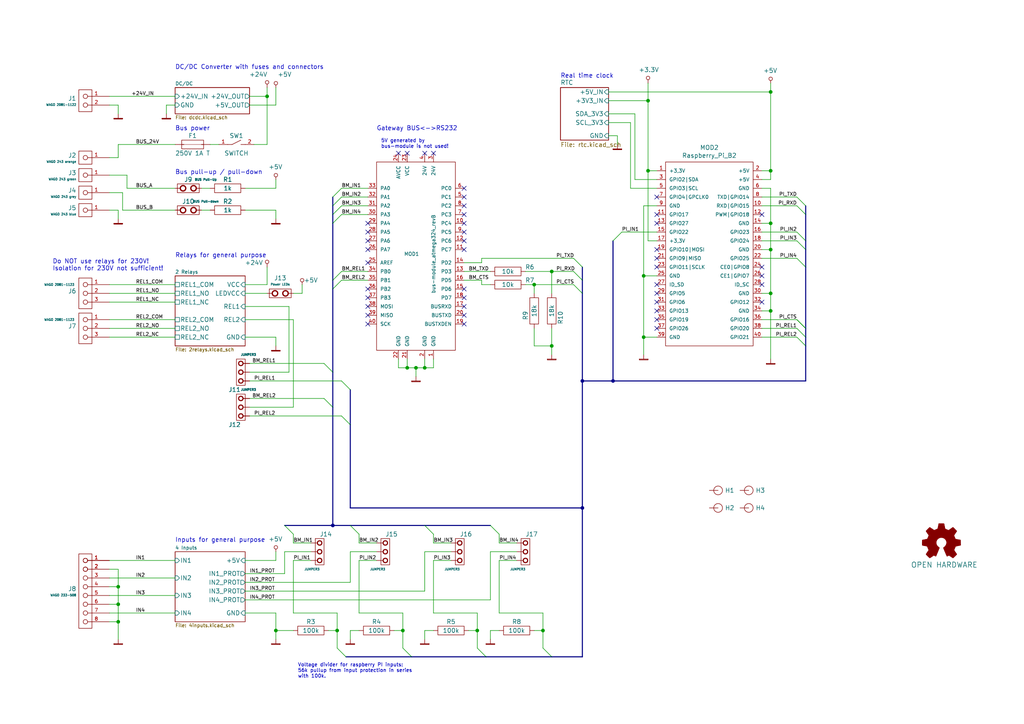
<source format=kicad_sch>
(kicad_sch (version 20211123) (generator eeschema)
  (paper "A4")
  (title_block (title "pi2-base") (date "2018-09-24") (rev "B") (company "KoeWiBa") (comment 1 "Base board for Raspberry Pi B2"))
  (lib_symbols
    (symbol "connectors:CONN_1X1" (pin_names (offset 1.016) hide)
      (property "Reference" "J" (at 1.905 3.175 0))
      (property "Value" "CONN_1X1" (at 4.445 0 90))
      (symbol "CONN_1X1_1_1"
        (pin passive inverted (at -5.08 0 0) (length 7.62) (name "1") (number "1"))
      )
    )
    (symbol "connectors:CONN_2X1" (pin_names (offset 1.016) hide)
      (property "Reference" "J" (at 1.905 4.445 0))
      (property "Value" "CONN_2X1" (at 4.445 0 90))
      (symbol "CONN_2X1_1_1"
        (pin passive inverted (at -5.08 1.27 0) (length 7.62) (name "1") (number "1"))
        (pin passive inverted (at -5.08 -1.27 0) (length 7.62) (name "2") (number "2"))
      )
    )
    (symbol "connectors:CONN_3X1" (pin_names (offset 1.016) hide)
      (property "Reference" "J" (at 1.905 5.715 0))
      (property "Value" "CONN_3X1" (at 4.445 0 90))
      (symbol "CONN_3X1_1_1"
        (pin passive inverted (at -5.08 2.54 0) (length 7.62) (name "1") (number "1"))
        (pin passive inverted (at -5.08 0 0) (length 7.62) (name "2") (number "2"))
        (pin input inverted (at -5.08 -2.54 0) (length 7.62) (name "3") (number "3"))
      )
    )
    (symbol "connectors:CONN_8X1" (pin_names (offset 1.016) hide)
      (property "Reference" "J" (at 1.905 12.065 0))
      (property "Value" "CONN_8X1" (at 4.445 0 90))
      (symbol "CONN_8X1_1_1"
        (pin passive inverted (at -5.08 8.89 0) (length 7.62) (name "1") (number "1"))
        (pin passive inverted (at -5.08 8.89 0) (length 7.62) (name "1") (number "1"))
        (pin passive inverted (at -5.08 6.35 0) (length 7.62) (name "2") (number "2"))
        (pin passive inverted (at -5.08 6.35 0) (length 7.62) (name "2") (number "2"))
        (pin input inverted (at -5.08 3.81 0) (length 7.62) (name "3") (number "3"))
        (pin input inverted (at -5.08 1.27 0) (length 7.62) (name "4") (number "4"))
        (pin input inverted (at -5.08 -1.27 0) (length 7.62) (name "5") (number "5"))
        (pin input inverted (at -5.08 -3.81 0) (length 7.62) (name "6") (number "6"))
        (pin input inverted (at -5.08 -6.35 0) (length 7.62) (name "7") (number "7"))
        (pin input inverted (at -5.08 -8.89 0) (length 7.62) (name "8") (number "8"))
      )
    )
    (symbol "connectors:JUMPER" (pin_numbers hide) (pin_names (offset 1.016) hide)
      (property "Reference" "J" (at -0.508 2.54 0))
      (property "Value" "JUMPER" (at 0 -2.54 0))
      (symbol "JUMPER_0_1"
        (pin passive line (at 3.81 0 180) (length 1.27) (name "2") (number "2"))
      )
      (symbol "JUMPER_1_1"
        (pin passive line (at -3.81 0 0) (length 1.27) (name "1") (number "1"))
      )
    )
    (symbol "logo:OPEN_HARDWARE_1" (pin_names (offset 1.016))
      (property "Reference" "LOGO" (at 0 6.985 0))
      (property "Value" "OPEN_HARDWARE_1" (at 0 -5.715 0))
    )
    (symbol "modules:Raspberry_Pi_B2" (pin_names (offset 1.016))
      (property "Reference" "MOD" (at 0 30.48 0))
      (property "Value" "Raspberry_Pi_B2" (at 0 27.94 0))
      (symbol "Raspberry_Pi_B2_1_1"
        (pin power_out line (at -15.24 24.13 0) (length 2.54) (name "+3,3V") (number "1"))
        (pin bidirectional line (at 15.24 13.97 180) (length 2.54) (name "RXD|GPIO15") (number "10"))
        (pin bidirectional line (at -15.24 11.43 0) (length 2.54) (name "GPIO17") (number "11"))
        (pin bidirectional line (at 15.24 11.43 180) (length 2.54) (name "PWM|GPIO18") (number "12"))
        (pin bidirectional line (at -15.24 8.89 0) (length 2.54) (name "GPIO27") (number "13"))
        (pin passive line (at 15.24 8.89 180) (length 2.54) (name "GND") (number "14"))
        (pin bidirectional line (at -15.24 6.35 0) (length 2.54) (name "GPIO22") (number "15"))
        (pin bidirectional line (at 15.24 6.35 180) (length 2.54) (name "GPIO23") (number "16"))
        (pin power_out line (at -15.24 3.81 0) (length 2.54) (name "+3,3V") (number "17"))
        (pin bidirectional line (at 15.24 3.81 180) (length 2.54) (name "GPIO24") (number "18"))
        (pin bidirectional line (at -15.24 1.27 0) (length 2.54) (name "GPIO10|MOSI") (number "19"))
        (pin power_in line (at 15.24 24.13 180) (length 2.54) (name "+5V") (number "2"))
        (pin passive line (at 15.24 1.27 180) (length 2.54) (name "GND") (number "20"))
        (pin bidirectional line (at -15.24 -1.27 0) (length 2.54) (name "GPIO9|MISO") (number "21"))
        (pin bidirectional line (at 15.24 -1.27 180) (length 2.54) (name "GPIO25") (number "22"))
        (pin bidirectional line (at -15.24 -3.81 0) (length 2.54) (name "GPIO11|SCLK") (number "23"))
        (pin bidirectional line (at 15.24 -3.81 180) (length 2.54) (name "CE0|GPIO8") (number "24"))
        (pin passive line (at -15.24 -6.35 0) (length 2.54) (name "GND") (number "25"))
        (pin bidirectional line (at 15.24 -6.35 180) (length 2.54) (name "CE1|GPIO7") (number "26"))
        (pin bidirectional line (at -15.24 -8.89 0) (length 2.54) (name "ID_SD") (number "27"))
        (pin bidirectional line (at 15.24 -8.89 180) (length 2.54) (name "ID_SC") (number "28"))
        (pin bidirectional line (at -15.24 -11.43 0) (length 2.54) (name "GPIO5") (number "29"))
        (pin bidirectional line (at -15.24 21.59 0) (length 2.54) (name "GPIO2|SDA") (number "3"))
        (pin passive line (at 15.24 -11.43 180) (length 2.54) (name "GND") (number "30"))
        (pin bidirectional line (at -15.24 -13.97 0) (length 2.54) (name "GPIO6") (number "31"))
        (pin bidirectional line (at 15.24 -13.97 180) (length 2.54) (name "GPIO12") (number "32"))
        (pin bidirectional line (at -15.24 -16.51 0) (length 2.54) (name "GPIO13") (number "33"))
        (pin passive line (at 15.24 -16.51 180) (length 2.54) (name "GND") (number "34"))
        (pin bidirectional line (at -15.24 -19.05 0) (length 2.54) (name "GPIO19") (number "35"))
        (pin bidirectional line (at 15.24 -19.05 180) (length 2.54) (name "GPIO16") (number "36"))
        (pin bidirectional line (at -15.24 -21.59 0) (length 2.54) (name "GPIO26") (number "37"))
        (pin bidirectional line (at 15.24 -21.59 180) (length 2.54) (name "GPIO20") (number "38"))
        (pin passive line (at -15.24 -24.13 0) (length 2.54) (name "GND") (number "39"))
        (pin power_in line (at 15.24 21.59 180) (length 2.54) (name "+5V") (number "4"))
        (pin bidirectional line (at 15.24 -24.13 180) (length 2.54) (name "GPIO21") (number "40"))
        (pin bidirectional line (at -15.24 19.05 0) (length 2.54) (name "GPIO3|SCL") (number "5"))
        (pin passive line (at 15.24 19.05 180) (length 2.54) (name "GND") (number "6"))
        (pin bidirectional line (at -15.24 16.51 0) (length 2.54) (name "GPIO4|GPCLK0") (number "7"))
        (pin bidirectional line (at 15.24 16.51 180) (length 2.54) (name "TXD|GPIO14") (number "8"))
        (pin passive line (at -15.24 13.97 0) (length 2.54) (name "GND") (number "9"))
      )
    )
    (symbol "modules:bus-module_atmega324_revB" (pin_names (offset 1.016))
      (property "Reference" "MOD" (at -3.81 0 0))
      (property "Value" "bus-module_atmega324_revB" (at 3.81 0 90))
      (symbol "bus-module_atmega324_revB_1_1"
        (pin power_in line (at -5.08 -30.48 90) (length 2.54) (name "GND") (number "1"))
        (pin input line (at -13.97 8.89 0) (length 2.54) (name "PC4") (number "10"))
        (pin input line (at -13.97 1.27 0) (length 2.54) (name "PC7") (number "11"))
        (pin input line (at -13.97 3.81 0) (length 2.54) (name "PC6") (number "12"))
        (pin input line (at -13.97 -5.08 0) (length 2.54) (name "PD3") (number "13"))
        (pin input line (at -13.97 -2.54 0) (length 2.54) (name "PD2") (number "14"))
        (pin input line (at -13.97 -10.16 0) (length 2.54) (name "PD6") (number "15"))
        (pin input line (at -13.97 -7.62 0) (length 2.54) (name "PD5") (number "16"))
        (pin input line (at -13.97 -15.24 0) (length 2.54) (name "BUSRXD") (number "17"))
        (pin input line (at -13.97 -12.7 0) (length 2.54) (name "PD7") (number "18"))
        (pin input line (at -13.97 -20.32 0) (length 2.54) (name "BUSTXDEN") (number "19"))
        (pin power_in line (at -2.54 -30.48 90) (length 2.54) (name "GND") (number "2"))
        (pin input line (at -13.97 -17.78 0) (length 2.54) (name "BUSTXD") (number "20"))
        (pin power_in line (at 2.54 -30.48 90) (length 2.54) (name "GND") (number "21"))
        (pin power_in line (at 5.08 -30.48 90) (length 2.54) (name "GND") (number "22"))
        (pin power_out line (at 2.54 29.21 270) (length 2.54) (name "VCC") (number "23"))
        (pin output line (at 5.08 29.21 270) (length 2.54) (name "AVCC") (number "24"))
        (pin power_out line (at 13.97 -2.54 180) (length 2.54) (name "AREF") (number "25"))
        (pin input line (at 13.97 1.27 180) (length 2.54) (name "PA7") (number "26"))
        (pin input line (at 13.97 3.81 180) (length 2.54) (name "PA6") (number "27"))
        (pin input line (at 13.97 6.35 180) (length 2.54) (name "PA5") (number "28"))
        (pin input line (at 13.97 8.89 180) (length 2.54) (name "PA4") (number "29"))
        (pin power_out line (at -5.08 29.21 270) (length 2.54) (name "24V") (number "3"))
        (pin input line (at 13.97 11.43 180) (length 2.54) (name "PA3") (number "30"))
        (pin input line (at 13.97 13.97 180) (length 2.54) (name "PA2") (number "31"))
        (pin input line (at 13.97 16.51 180) (length 2.54) (name "PA1") (number "32"))
        (pin input line (at 13.97 19.05 180) (length 2.54) (name "PA0") (number "33"))
        (pin input line (at 13.97 -5.08 180) (length 2.54) (name "PB0") (number "34"))
        (pin input line (at 13.97 -7.62 180) (length 2.54) (name "PB1") (number "35"))
        (pin input line (at 13.97 -10.16 180) (length 2.54) (name "PB2") (number "36"))
        (pin input line (at 13.97 -12.7 180) (length 2.54) (name "PB3") (number "37"))
        (pin input line (at 13.97 -15.24 180) (length 2.54) (name "MOSI") (number "38"))
        (pin input line (at 13.97 -17.78 180) (length 2.54) (name "MISO") (number "39"))
        (pin power_out line (at -2.54 29.21 270) (length 2.54) (name "24V") (number "4"))
        (pin input line (at 13.97 -20.32 180) (length 2.54) (name "SCK") (number "40"))
        (pin input line (at -13.97 16.51 0) (length 2.54) (name "PC1") (number "5"))
        (pin input line (at -13.97 19.05 0) (length 2.54) (name "PC0") (number "6"))
        (pin input line (at -13.97 11.43 0) (length 2.54) (name "PC3") (number "7"))
        (pin input line (at -13.97 13.97 0) (length 2.54) (name "PC2") (number "8"))
        (pin input line (at -13.97 6.35 0) (length 2.54) (name "PC5") (number "9"))
      )
    )
    (symbol "pi2-base-rescue:FUSE-standard" (pin_numbers hide) (pin_names (offset 1.016) hide)
      (property "Reference" "F" (at 0 2.54 0))
      (property "Value" "FUSE-standard" (at 0 -2.54 0))
      (symbol "FUSE-standard_1_1"
        (pin passive line (at -5.08 0 0) (length 2.54) (name "1") (number "1"))
        (pin passive line (at 5.08 0 180) (length 2.54) (name "2") (number "2"))
      )
    )
    (symbol "pi2-base-rescue:JUMPER3-connectors" (pin_numbers hide) (pin_names (offset 1.016) hide)
      (property "Reference" "J" (at -2.54 0 0))
      (property "Value" "JUMPER3-connectors" (at 8.255 0 0))
      (symbol "JUMPER3-connectors_0_1"
        (pin passive line (at 5.08 2.54 270) (length 1.905) (name "3") (number "3"))
      )
      (symbol "JUMPER3-connectors_1_1"
        (pin passive line (at 0 2.54 270) (length 1.905) (name "1") (number "1"))
        (pin passive line (at 2.54 2.54 270) (length 1.905) (name "2") (number "2"))
      )
    )
    (symbol "pi2-base-rescue:SWITCH-standard" (pin_names (offset 1.016))
      (property "Reference" "SW" (at 6.35 0 0))
      (property "Value" "SWITCH-standard" (at 6.35 5.08 0))
      (symbol "SWITCH-standard_1_1"
        (pin passive line (at 1.27 2.54 0) (length 2.54) (name "~") (number "1"))
        (pin passive line (at 11.43 2.54 180) (length 2.54) (name "~") (number "2"))
      )
    )
    (symbol "power:+24V" (power) (pin_numbers hide) (pin_names (offset 0))
      (property "Value" "+24V" (at 0 2.794 0))
      (symbol "+24V_0_0"
        (pin power_in line (at 0 0 90) (length 0) hide (name "+24V") (number "1"))
      )
    )
    (symbol "power:+3.3V" (power) (pin_names (offset 0))
      (property "Value" "+3.3V" (at 0 2.794 0))
      (symbol "+3.3V_0_0"
        (pin power_in line (at 0 0 90) (length 0) hide (name "+3.3V") (number "1"))
      )
    )
    (symbol "power:+5V" (power) (pin_names (offset 1.016))
      (property "Value" "+5V" (at 0 2.794 0))
      (symbol "+5V_0_0"
        (pin power_in line (at 0 0 90) (length 0) hide (name "+5V") (number "1"))
      )
    )
    (symbol "power:GND" (power) (pin_names (offset 0.254))
      (symbol "GND_1_1"
        (pin power_in line (at 0 0 90) (length 0) hide (name "GND") (number "1"))
      )
    )
    (symbol "standard:HOLE" (pin_numbers hide) (pin_names (offset 1.016) hide)
      (property "Reference" "H" (at 2.54 0 0))
      (symbol "HOLE_1_1"
        (pin unspecified line (at -1.27 0 0) (length 2.54) (name "~") (number "1"))
      )
    )
    (symbol "standard:R" (pin_numbers hide) (pin_names (offset 1.016) hide)
      (property "Reference" "R" (at 0 -2.54 0))
      (property "Value" "R" (at 0 0 0))
      (symbol "R_1_1"
        (pin passive line (at -5.08 0 0) (length 1.27) (name "1") (number "1"))
        (pin passive line (at 5.08 0 180) (length 1.27) (name "2") (number "2"))
      )
    )
  )
  (junction (at 118.11 106.68))
  (junction (at 223.52 90.17))
  (junction (at 96.52 152.4))
  (junction (at 116.84 182.88))
  (junction (at 186.69 97.79))
  (junction (at 160.02 100.33))
  (junction (at 187.96 49.53))
  (junction (at 154.94 82.55))
  (junction (at 97.79 182.88))
  (junction (at 157.48 182.88))
  (junction (at 187.96 29.21))
  (junction (at 34.29 170.18))
  (junction (at 34.29 175.26))
  (junction (at 223.52 49.53))
  (junction (at 223.52 64.77))
  (junction (at 186.69 80.01))
  (junction (at 168.91 110.49))
  (junction (at 168.91 147.32))
  (junction (at 223.52 72.39))
  (junction (at 34.29 180.34))
  (junction (at 223.52 85.09))
  (junction (at 223.52 26.67))
  (junction (at 120.65 106.68))
  (junction (at 138.43 182.88))
  (junction (at 123.19 106.68))
  (junction (at 177.8 110.49))
  (junction (at 160.02 78.74))
  (junction (at 80.01 182.88))
  (junction (at 77.47 27.94))
  (no_connect (at 134.62 54.61))
  (no_connect (at 134.62 64.77))
  (no_connect (at 106.68 76.2))
  (no_connect (at 134.62 67.31))
  (no_connect (at 190.5 77.47))
  (no_connect (at 190.5 82.55))
  (no_connect (at 106.68 72.39))
  (no_connect (at 106.68 93.98))
  (no_connect (at 220.98 62.23))
  (no_connect (at 190.5 90.17))
  (no_connect (at 190.5 62.23))
  (no_connect (at 106.68 83.82))
  (no_connect (at 134.62 86.36))
  (no_connect (at 106.68 88.9))
  (no_connect (at 190.5 72.39))
  (no_connect (at 134.62 72.39))
  (no_connect (at 190.5 64.77))
  (no_connect (at 106.68 64.77))
  (no_connect (at 190.5 57.15))
  (no_connect (at 220.98 82.55))
  (no_connect (at 106.68 67.31))
  (no_connect (at 134.62 69.85))
  (no_connect (at 134.62 62.23))
  (no_connect (at 190.5 92.71))
  (no_connect (at 190.5 85.09))
  (no_connect (at 220.98 80.01))
  (no_connect (at 134.62 83.82))
  (no_connect (at 115.57 44.45))
  (no_connect (at 190.5 74.93))
  (no_connect (at 134.62 57.15))
  (no_connect (at 106.68 69.85))
  (no_connect (at 190.5 87.63))
  (no_connect (at 134.62 91.44))
  (no_connect (at 123.19 44.45))
  (no_connect (at 125.73 44.45))
  (no_connect (at 106.68 86.36))
  (no_connect (at 190.5 95.25))
  (no_connect (at 106.68 91.44))
  (no_connect (at 134.62 93.98))
  (no_connect (at 118.11 44.45))
  (no_connect (at 220.98 77.47))
  (no_connect (at 220.98 87.63))
  (no_connect (at 134.62 59.69))
  (no_connect (at 134.62 88.9))
  (bus_entry (at 157.48 187.96) (size 2.54 2.54))
  (bus_entry (at 138.43 187.96) (size 2.54 2.54))
  (bus_entry (at 82.55 152.4) (size 2.54 2.54))
  (bus_entry (at 231.14 67.31) (size 2.54 2.54))
  (bus_entry (at 231.14 59.69) (size 2.54 2.54))
  (bus_entry (at 97.79 187.96) (size 2.54 2.54))
  (bus_entry (at 96.52 83.82) (size 2.54 -2.54))
  (bus_entry (at 101.6 152.4) (size 2.54 2.54))
  (bus_entry (at 231.14 69.85) (size 2.54 2.54))
  (bus_entry (at 96.52 59.69) (size 2.54 -2.54))
  (bus_entry (at 231.14 92.71) (size 2.54 2.54))
  (bus_entry (at 93.98 105.41) (size 2.54 2.54))
  (bus_entry (at 96.52 57.15) (size 2.54 -2.54))
  (bus_entry (at 123.19 152.4) (size 2.54 2.54))
  (bus_entry (at 96.52 81.28) (size 2.54 -2.54))
  (bus_entry (at 231.14 57.15) (size 2.54 2.54))
  (bus_entry (at 166.37 82.55) (size 2.54 2.54))
  (bus_entry (at 166.37 78.74) (size 2.54 2.54))
  (bus_entry (at 231.14 95.25) (size 2.54 2.54))
  (bus_entry (at 99.06 110.49) (size 2.54 2.54))
  (bus_entry (at 93.98 115.57) (size 2.54 2.54))
  (bus_entry (at 231.14 92.71) (size 2.54 2.54))
  (bus_entry (at 177.8 69.85) (size 2.54 -2.54))
  (bus_entry (at 96.52 64.77) (size 2.54 -2.54))
  (bus_entry (at 96.52 62.23) (size 2.54 -2.54))
  (bus_entry (at 116.84 187.96) (size 2.54 2.54))
  (bus_entry (at 142.24 152.4) (size 2.54 2.54))
  (bus_entry (at 99.06 120.65) (size 2.54 2.54))
  (bus_entry (at 231.14 74.93) (size 2.54 2.54))
  (bus_entry (at 231.14 97.79) (size 2.54 2.54))
  (bus_entry (at 166.37 74.93) (size 2.54 2.54))
  (wire (pts (xy 85.09 177.8) (xy 85.09 162.56)))
  (wire (pts (xy 87.63 85.09) (xy 85.09 85.09)))
  (wire (pts (xy 80.01 162.56) (xy 71.12 162.56)))
  (wire (pts (xy 116.84 182.88) (xy 116.84 187.96)))
  (wire (pts (xy 123.19 182.88) (xy 123.19 185.42)))
  (bus (pts (xy 96.52 107.95) (xy 96.52 118.11)))
  (wire (pts (xy 34.29 175.26) (xy 34.29 180.34)))
  (wire (pts (xy 31.75 180.34) (xy 34.29 180.34)))
  (wire (pts (xy 157.48 182.88) (xy 154.94 182.88)))
  (wire (pts (xy 220.98 64.77) (xy 223.52 64.77)))
  (wire (pts (xy 220.98 72.39) (xy 223.52 72.39)))
  (wire (pts (xy 223.52 49.53) (xy 220.98 49.53)))
  (wire (pts (xy 123.19 104.14) (xy 123.19 106.68)))
  (wire (pts (xy 80.01 30.48) (xy 80.01 25.4)))
  (wire (pts (xy 138.43 182.88) (xy 135.89 182.88)))
  (bus (pts (xy 96.52 59.69) (xy 96.52 62.23)))
  (wire (pts (xy 160.02 95.25) (xy 160.02 100.33)))
  (wire (pts (xy 48.26 30.48) (xy 48.26 33.02)))
  (wire (pts (xy 31.75 50.8) (xy 36.83 50.8)))
  (wire (pts (xy 139.7 81.28) (xy 139.7 82.55)))
  (wire (pts (xy 34.29 45.72) (xy 34.29 41.91)))
  (wire (pts (xy 101.6 160.02) (xy 109.22 160.02)))
  (wire (pts (xy 160.02 100.33) (xy 154.94 100.33)))
  (wire (pts (xy 31.75 55.88) (xy 35.56 55.88)))
  (wire (pts (xy 77.47 41.91) (xy 73.66 41.91)))
  (wire (pts (xy 71.12 177.8) (xy 80.01 177.8)))
  (wire (pts (xy 134.62 78.74) (xy 142.24 78.74)))
  (wire (pts (xy 85.09 92.71) (xy 71.12 92.71)))
  (wire (pts (xy 72.39 30.48) (xy 80.01 30.48)))
  (wire (pts (xy 31.75 30.48) (xy 34.29 30.48)))
  (wire (pts (xy 186.69 97.79) (xy 190.5 97.79)))
  (wire (pts (xy 182.88 54.61) (xy 190.5 54.61)))
  (wire (pts (xy 36.83 50.8) (xy 36.83 54.61)))
  (wire (pts (xy 154.94 82.55) (xy 154.94 85.09)))
  (wire (pts (xy 50.8 172.72) (xy 31.75 172.72)))
  (wire (pts (xy 80.01 177.8) (xy 80.01 182.88)))
  (bus (pts (xy 96.52 64.77) (xy 96.52 81.28)))
  (wire (pts (xy 220.98 67.31) (xy 231.14 67.31)))
  (wire (pts (xy 149.86 157.48) (xy 144.78 157.48)))
  (wire (pts (xy 83.82 88.9) (xy 83.82 107.95)))
  (wire (pts (xy 34.29 41.91) (xy 50.8 41.91)))
  (bus (pts (xy 233.68 59.69) (xy 233.68 62.23)))
  (wire (pts (xy 125.73 104.14) (xy 125.73 106.68)))
  (wire (pts (xy 231.14 74.93) (xy 220.98 74.93)))
  (wire (pts (xy 187.96 49.53) (xy 187.96 69.85)))
  (wire (pts (xy 134.62 81.28) (xy 139.7 81.28)))
  (bus (pts (xy 119.38 190.5) (xy 140.97 190.5)))
  (wire (pts (xy 34.29 30.48) (xy 34.29 33.02)))
  (wire (pts (xy 223.52 24.13) (xy 223.52 26.67)))
  (bus (pts (xy 101.6 123.19) (xy 101.6 147.32)))
  (wire (pts (xy 97.79 182.88) (xy 97.79 187.96)))
  (wire (pts (xy 109.22 157.48) (xy 104.14 157.48)))
  (wire (pts (xy 80.01 182.88) (xy 80.01 185.42)))
  (wire (pts (xy 83.82 107.95) (xy 72.39 107.95)))
  (wire (pts (xy 144.78 177.8) (xy 144.78 162.56)))
  (bus (pts (xy 96.52 83.82) (xy 96.52 107.95)))
  (wire (pts (xy 144.78 162.56) (xy 149.86 162.56)))
  (wire (pts (xy 71.12 166.37) (xy 82.55 166.37)))
  (wire (pts (xy 144.78 157.48) (xy 144.78 154.94)))
  (wire (pts (xy 220.98 90.17) (xy 223.52 90.17)))
  (wire (pts (xy 99.06 54.61) (xy 106.68 54.61)))
  (wire (pts (xy 220.98 95.25) (xy 231.14 95.25)))
  (wire (pts (xy 190.5 59.69) (xy 186.69 59.69)))
  (wire (pts (xy 176.53 39.37) (xy 179.07 39.37)))
  (bus (pts (xy 168.91 110.49) (xy 168.91 147.32)))
  (wire (pts (xy 31.75 45.72) (xy 34.29 45.72)))
  (bus (pts (xy 233.68 69.85) (xy 233.68 72.39)))
  (wire (pts (xy 123.19 160.02) (xy 123.19 171.45)))
  (wire (pts (xy 77.47 25.4) (xy 77.47 27.94)))
  (wire (pts (xy 154.94 82.55) (xy 166.37 82.55)))
  (bus (pts (xy 168.91 77.47) (xy 168.91 81.28)))
  (wire (pts (xy 187.96 69.85) (xy 190.5 69.85)))
  (wire (pts (xy 60.96 41.91) (xy 63.5 41.91)))
  (bus (pts (xy 96.52 81.28) (xy 96.52 83.82)))
  (bus (pts (xy 233.68 62.23) (xy 233.68 69.85)))
  (wire (pts (xy 31.75 85.09) (xy 50.8 85.09)))
  (bus (pts (xy 168.91 147.32) (xy 168.91 190.5)))
  (wire (pts (xy 118.11 104.14) (xy 118.11 106.68)))
  (wire (pts (xy 106.68 81.28) (xy 99.06 81.28)))
  (wire (pts (xy 58.42 54.61) (xy 60.96 54.61)))
  (wire (pts (xy 116.84 177.8) (xy 116.84 182.88)))
  (wire (pts (xy 106.68 57.15) (xy 99.06 57.15)))
  (wire (pts (xy 125.73 106.68) (xy 123.19 106.68)))
  (wire (pts (xy 80.01 97.79) (xy 80.01 100.33)))
  (wire (pts (xy 50.8 167.64) (xy 31.75 167.64)))
  (wire (pts (xy 85.09 177.8) (xy 97.79 177.8)))
  (wire (pts (xy 80.01 182.88) (xy 85.09 182.88)))
  (bus (pts (xy 168.91 81.28) (xy 168.91 85.09)))
  (wire (pts (xy 104.14 182.88) (xy 101.6 182.88)))
  (wire (pts (xy 31.75 60.96) (xy 34.29 60.96)))
  (wire (pts (xy 190.5 49.53) (xy 187.96 49.53)))
  (wire (pts (xy 123.19 171.45) (xy 71.12 171.45)))
  (wire (pts (xy 72.39 110.49) (xy 99.06 110.49)))
  (wire (pts (xy 104.14 177.8) (xy 104.14 162.56)))
  (wire (pts (xy 80.01 54.61) (xy 80.01 52.07)))
  (wire (pts (xy 223.52 52.07) (xy 220.98 52.07)))
  (wire (pts (xy 31.75 97.79) (xy 50.8 97.79)))
  (bus (pts (xy 160.02 190.5) (xy 168.91 190.5)))
  (wire (pts (xy 87.63 82.55) (xy 87.63 85.09)))
  (wire (pts (xy 77.47 27.94) (xy 77.47 41.91)))
  (wire (pts (xy 36.83 54.61) (xy 50.8 54.61)))
  (wire (pts (xy 31.75 82.55) (xy 50.8 82.55)))
  (wire (pts (xy 125.73 182.88) (xy 123.19 182.88)))
  (wire (pts (xy 82.55 160.02) (xy 90.17 160.02)))
  (wire (pts (xy 120.65 106.68) (xy 118.11 106.68)))
  (wire (pts (xy 72.39 115.57) (xy 93.98 115.57)))
  (wire (pts (xy 220.98 54.61) (xy 223.52 54.61)))
  (wire (pts (xy 152.4 82.55) (xy 154.94 82.55)))
  (bus (pts (xy 233.68 72.39) (xy 233.68 77.47)))
  (wire (pts (xy 104.14 177.8) (xy 116.84 177.8)))
  (wire (pts (xy 35.56 60.96) (xy 50.8 60.96)))
  (bus (pts (xy 96.52 118.11) (xy 96.52 152.4)))
  (wire (pts (xy 157.48 182.88) (xy 157.48 187.96)))
  (wire (pts (xy 139.7 74.93) (xy 166.37 74.93)))
  (wire (pts (xy 115.57 106.68) (xy 115.57 104.14)))
  (wire (pts (xy 223.52 72.39) (xy 223.52 85.09)))
  (wire (pts (xy 142.24 160.02) (xy 149.86 160.02)))
  (wire (pts (xy 31.75 175.26) (xy 34.29 175.26)))
  (wire (pts (xy 220.98 57.15) (xy 231.14 57.15)))
  (wire (pts (xy 85.09 162.56) (xy 90.17 162.56)))
  (bus (pts (xy 177.8 69.85) (xy 177.8 110.49)))
  (wire (pts (xy 97.79 177.8) (xy 97.79 182.88)))
  (wire (pts (xy 71.12 82.55) (xy 77.47 82.55)))
  (bus (pts (xy 100.33 190.5) (xy 119.38 190.5)))
  (bus (pts (xy 96.52 57.15) (xy 96.52 59.69)))
  (wire (pts (xy 184.15 33.02) (xy 176.53 33.02)))
  (wire (pts (xy 104.14 157.48) (xy 104.14 154.94)))
  (wire (pts (xy 77.47 85.09) (xy 71.12 85.09)))
  (bus (pts (xy 96.52 152.4) (xy 101.6 152.4)))
  (wire (pts (xy 85.09 118.11) (xy 85.09 92.71)))
  (wire (pts (xy 104.14 162.56) (xy 109.22 162.56)))
  (wire (pts (xy 106.68 62.23) (xy 99.06 62.23)))
  (wire (pts (xy 31.75 27.94) (xy 50.8 27.94)))
  (wire (pts (xy 50.8 177.8) (xy 31.75 177.8)))
  (wire (pts (xy 134.62 76.2) (xy 139.7 76.2)))
  (wire (pts (xy 154.94 100.33) (xy 154.94 95.25)))
  (wire (pts (xy 157.48 177.8) (xy 157.48 182.88)))
  (bus (pts (xy 168.91 110.49) (xy 177.8 110.49)))
  (wire (pts (xy 186.69 80.01) (xy 186.69 97.79)))
  (wire (pts (xy 50.8 162.56) (xy 31.75 162.56)))
  (wire (pts (xy 190.5 67.31) (xy 180.34 67.31)))
  (wire (pts (xy 184.15 52.07) (xy 184.15 33.02)))
  (wire (pts (xy 101.6 160.02) (xy 101.6 168.91)))
  (wire (pts (xy 35.56 55.88) (xy 35.56 60.96)))
  (wire (pts (xy 72.39 27.94) (xy 77.47 27.94)))
  (wire (pts (xy 80.01 60.96) (xy 80.01 63.5)))
  (wire (pts (xy 142.24 160.02) (xy 142.24 173.99)))
  (bus (pts (xy 101.6 147.32) (xy 168.91 147.32)))
  (wire (pts (xy 223.52 90.17) (xy 223.52 104.14)))
  (wire (pts (xy 71.12 88.9) (xy 83.82 88.9)))
  (wire (pts (xy 220.98 92.71) (xy 231.14 92.71)))
  (wire (pts (xy 186.69 97.79) (xy 186.69 102.87)))
  (wire (pts (xy 123.19 160.02) (xy 130.81 160.02)))
  (wire (pts (xy 160.02 85.09) (xy 160.02 78.74)))
  (wire (pts (xy 120.65 109.22) (xy 120.65 106.68)))
  (wire (pts (xy 182.88 35.56) (xy 182.88 54.61)))
  (wire (pts (xy 90.17 157.48) (xy 85.09 157.48)))
  (wire (pts (xy 144.78 177.8) (xy 157.48 177.8)))
  (wire (pts (xy 138.43 177.8) (xy 138.43 182.88)))
  (bus (pts (xy 96.52 62.23) (xy 96.52 64.77)))
  (bus (pts (xy 101.6 113.03) (xy 101.6 123.19)))
  (wire (pts (xy 125.73 177.8) (xy 138.43 177.8)))
  (wire (pts (xy 190.5 80.01) (xy 186.69 80.01)))
  (wire (pts (xy 80.01 160.02) (xy 80.01 162.56)))
  (wire (pts (xy 190.5 52.07) (xy 184.15 52.07)))
  (wire (pts (xy 31.75 170.18) (xy 34.29 170.18)))
  (wire (pts (xy 82.55 166.37) (xy 82.55 160.02)))
  (wire (pts (xy 118.11 106.68) (xy 115.57 106.68)))
  (wire (pts (xy 187.96 29.21) (xy 187.96 49.53)))
  (wire (pts (xy 176.53 35.56) (xy 182.88 35.56)))
  (wire (pts (xy 34.29 170.18) (xy 34.29 175.26)))
  (wire (pts (xy 220.98 85.09) (xy 223.52 85.09)))
  (wire (pts (xy 160.02 78.74) (xy 166.37 78.74)))
  (wire (pts (xy 77.47 82.55) (xy 77.47 77.47)))
  (wire (pts (xy 106.68 78.74) (xy 99.06 78.74)))
  (wire (pts (xy 176.53 26.67) (xy 223.52 26.67)))
  (wire (pts (xy 186.69 59.69) (xy 186.69 80.01)))
  (wire (pts (xy 101.6 182.88) (xy 101.6 185.42)))
  (wire (pts (xy 71.12 60.96) (xy 80.01 60.96)))
  (wire (pts (xy 176.53 29.21) (xy 187.96 29.21)))
  (wire (pts (xy 223.52 85.09) (xy 223.52 90.17)))
  (wire (pts (xy 50.8 30.48) (xy 48.26 30.48)))
  (wire (pts (xy 50.8 95.25) (xy 31.75 95.25)))
  (bus (pts (xy 101.6 152.4) (xy 123.19 152.4)))
  (wire (pts (xy 58.42 60.96) (xy 60.96 60.96)))
  (wire (pts (xy 34.29 180.34) (xy 34.29 185.42)))
  (wire (pts (xy 223.52 49.53) (xy 223.52 52.07)))
  (wire (pts (xy 125.73 177.8) (xy 125.73 162.56)))
  (wire (pts (xy 142.24 182.88) (xy 142.24 185.42)))
  (wire (pts (xy 179.07 39.37) (xy 179.07 41.91)))
  (wire (pts (xy 31.75 165.1) (xy 34.29 165.1)))
  (wire (pts (xy 97.79 182.88) (xy 95.25 182.88)))
  (wire (pts (xy 223.52 54.61) (xy 223.52 64.77)))
  (wire (pts (xy 31.75 92.71) (xy 50.8 92.71)))
  (wire (pts (xy 130.81 157.48) (xy 125.73 157.48)))
  (wire (pts (xy 152.4 78.74) (xy 160.02 78.74)))
  (wire (pts (xy 123.19 106.68) (xy 120.65 106.68)))
  (wire (pts (xy 125.73 157.48) (xy 125.73 154.94)))
  (wire (pts (xy 50.8 87.63) (xy 31.75 87.63)))
  (wire (pts (xy 139.7 82.55) (xy 142.24 82.55)))
  (bus (pts (xy 177.8 110.49) (xy 233.68 110.49)))
  (wire (pts (xy 71.12 54.61) (xy 80.01 54.61)))
  (wire (pts (xy 72.39 120.65) (xy 99.06 120.65)))
  (wire (pts (xy 116.84 182.88) (xy 114.3 182.88)))
  (bus (pts (xy 233.68 77.47) (xy 233.68 95.25)))
  (bus (pts (xy 168.91 85.09) (xy 168.91 110.49)))
  (bus (pts (xy 140.97 190.5) (xy 160.02 190.5)))
  (wire (pts (xy 34.29 165.1) (xy 34.29 170.18)))
  (wire (pts (xy 144.78 182.88) (xy 142.24 182.88)))
  (wire (pts (xy 220.98 59.69) (xy 231.14 59.69)))
  (wire (pts (xy 231.14 69.85) (xy 220.98 69.85)))
  (wire (pts (xy 223.52 26.67) (xy 223.52 49.53)))
  (wire (pts (xy 125.73 162.56) (xy 130.81 162.56)))
  (wire (pts (xy 187.96 24.13) (xy 187.96 29.21)))
  (wire (pts (xy 85.09 157.48) (xy 85.09 154.94)))
  (wire (pts (xy 34.29 60.96) (xy 34.29 63.5)))
  (bus (pts (xy 233.68 95.25) (xy 233.68 97.79)))
  (wire (pts (xy 72.39 118.11) (xy 85.09 118.11)))
  (wire (pts (xy 71.12 97.79) (xy 80.01 97.79)))
  (wire (pts (xy 139.7 76.2) (xy 139.7 74.93)))
  (wire (pts (xy 142.24 173.99) (xy 71.12 173.99)))
  (wire (pts (xy 220.98 97.79) (xy 231.14 97.79)))
  (wire (pts (xy 106.68 59.69) (xy 99.06 59.69)))
  (bus (pts (xy 233.68 97.79) (xy 233.68 100.33)))
  (bus (pts (xy 233.68 100.33) (xy 233.68 110.49)))
  (wire (pts (xy 138.43 182.88) (xy 138.43 187.96)))
  (wire (pts (xy 160.02 100.33) (xy 160.02 102.87)))
  (wire (pts (xy 72.39 105.41) (xy 93.98 105.41)))
  (wire (pts (xy 223.52 64.77) (xy 223.52 72.39)))
  (bus (pts (xy 123.19 152.4) (xy 142.24 152.4)))
  (bus (pts (xy 82.55 152.4) (xy 96.52 152.4)))
  (wire (pts (xy 101.6 168.91) (xy 71.12 168.91)))
  (text "Bus pull-up / pull-down" (at 50.8 50.8 0) (effects (font (size 1.27 1.27)) (justify left bottom)))
  (text "Bus power" (at 50.8 38.1 0) (effects (font (size 1.27 1.27)) (justify left bottom)))
  (text "Do NOT use relays for 230V!\nIsolation for 230V not sufficient!" (at 15.24 78.74 0) (effects (font (size 1.27 1.27)) (justify left bottom)))
  (text "Voltage divider for raspberry PI inputs:\n56k pullup from input protection in series \nwith 100k." (at 86.36 196.85 0) (effects (font (size 1.016 1.016)) (justify left bottom)))
  (text "Gateway BUS<->RS232" (at 109.22 38.1 0) (effects (font (size 1.27 1.27)) (justify left bottom)))
  (text "5V generated by \nbus-module is not used!" (at 110.49 43.18 0) (effects (font (size 1.016 1.016)) (justify left bottom)))
  (text "Real time clock" (at 162.56 22.86 0) (effects (font (size 1.27 1.27)) (justify left bottom)))
  (text "Relays for general purpose" (at 50.8 74.93 0) (effects (font (size 1.27 1.27)) (justify left bottom)))
  (text "DC/DC Converter with fuses and connectors" (at 50.8 20.32 0) (effects (font (size 1.27 1.27)) (justify left bottom)))
  (text "Inputs for general purpose" (at 50.8 157.48 0) (effects (font (size 1.27 1.27)) (justify left bottom)))
  (label "REL2_NC" (at 39.37 97.79 0) (effects (font (size 1.016 1.016))))
  (label "BUS_B" (at 39.37 60.96 0) (effects (font (size 1.016 1.016))))
  (label "IN2_PROT" (at 72.39 168.91 0) (effects (font (size 1.016 1.016))))
  (label "PI_REL2" (at 73.66 120.65 0) (effects (font (size 1.016 1.016))))
  (label "PI_IN4" (at 144.78 162.56 0) (effects (font (size 1.016 1.016))))
  (label "BM_TXD" (at 135.89 78.74 0) (effects (font (size 1.016 1.016))))
  (label "BM_IN1" (at 85.09 157.48 0) (effects (font (size 1.016 1.016))))
  (label "IN1_PROT" (at 72.39 166.37 0) (effects (font (size 1.016 1.016))))
  (label "BM_IN2" (at 104.14 157.48 0) (effects (font (size 1.016 1.016))))
  (label "IN3_PROT" (at 72.39 171.45 0) (effects (font (size 1.016 1.016))))
  (label "PI_CTS" (at 231.14 92.71 180) (effects (font (size 1.016 1.016))))
  (label "BM_REL1" (at 80.01 105.41 180) (effects (font (size 1.016 1.016))))
  (label "PI_CTS" (at 161.29 82.55 0) (effects (font (size 1.016 1.016))))
  (label "BM_IN3" (at 99.06 59.69 0) (effects (font (size 1.016 1.016))))
  (label "PI_REL1" (at 231.14 95.25 180) (effects (font (size 1.016 1.016))))
  (label "BM_IN4" (at 144.78 157.48 0) (effects (font (size 1.016 1.016))))
  (label "PI_TXD" (at 231.14 57.15 180) (effects (font (size 1.016 1.016))))
  (label "BM_IN1" (at 99.06 54.61 0) (effects (font (size 1.016 1.016))))
  (label "PI_RXD" (at 231.14 59.69 180) (effects (font (size 1.016 1.016))))
  (label "PI_TXD" (at 161.29 74.93 0) (effects (font (size 1.016 1.016))))
  (label "IN4_PROT" (at 72.39 173.99 0) (effects (font (size 1.016 1.016))))
  (label "BM_CTS" (at 135.89 81.28 0) (effects (font (size 1.016 1.016))))
  (label "BM_IN3" (at 125.73 157.48 0) (effects (font (size 1.016 1.016))))
  (label "REL1_NC" (at 39.37 87.63 0) (effects (font (size 1.016 1.016))))
  (label "PI_IN1" (at 180.34 67.31 0) (effects (font (size 1.016 1.016))))
  (label "BM_REL1" (at 99.06 78.74 0) (effects (font (size 1.016 1.016))))
  (label "PI_IN2" (at 231.14 67.31 180) (effects (font (size 1.016 1.016))))
  (label "PI_IN2" (at 104.14 162.56 0) (effects (font (size 1.016 1.016))))
  (label "IN4" (at 39.37 177.8 0) (effects (font (size 1.016 1.016))))
  (label "REL1_NO" (at 39.37 85.09 0) (effects (font (size 1.016 1.016))))
  (label "+24V_IN" (at 38.1 27.94 0) (effects (font (size 1.016 1.016))))
  (label "BUS_A" (at 39.37 54.61 0) (effects (font (size 1.016 1.016))))
  (label "PI_IN4" (at 231.14 74.93 180) (effects (font (size 1.016 1.016))))
  (label "REL1_COM" (at 39.37 82.55 0) (effects (font (size 1.016 1.016))))
  (label "IN2" (at 39.37 167.64 0) (effects (font (size 1.016 1.016))))
  (label "PI_RXD" (at 161.29 78.74 0) (effects (font (size 1.016 1.016))))
  (label "IN1" (at 39.37 162.56 0) (effects (font (size 1.016 1.016))))
  (label "PI_IN3" (at 231.14 69.85 180) (effects (font (size 1.016 1.016))))
  (label "PI_REL1" (at 73.66 110.49 0) (effects (font (size 1.016 1.016))))
  (label "BUS_24V" (at 39.37 41.91 0) (effects (font (size 1.016 1.016))))
  (label "BM_IN4" (at 99.06 62.23 0) (effects (font (size 1.016 1.016))))
  (label "BM_IN2" (at 99.06 57.15 0) (effects (font (size 1.016 1.016))))
  (label "PI_IN1" (at 85.09 162.56 0) (effects (font (size 1.016 1.016))))
  (label "IN3" (at 39.37 172.72 0) (effects (font (size 1.016 1.016))))
  (label "BM_REL2" (at 80.01 115.57 180) (effects (font (size 1.016 1.016))))
  (label "PI_IN3" (at 125.73 162.56 0) (effects (font (size 1.016 1.016))))
  (label "REL2_NO" (at 39.37 95.25 0) (effects (font (size 1.016 1.016))))
  (label "REL2_COM" (at 39.37 92.71 0) (effects (font (size 1.016 1.016))))
  (label "PI_REL2" (at 231.14 97.79 180) (effects (font (size 1.016 1.016))))
  (label "BM_REL2" (at 99.06 81.28 0) (effects (font (size 1.016 1.016))))
  (symbol (lib_id "modules:Raspberry_Pi_B2") (at 205.74 73.66 0) (unit 1)
    (property "Reference" "MOD2" (at 205.74 42.799 0))
    (property "Value" "Raspberry_Pi_B2" (at 205.74 45.1104 0))
    (property "Footprint" "Modules:raspberry_pi2" (effects hide))
  )
  (symbol (lib_id "power:+3.3V") (at 187.96 24.13 0) (unit 1)
    (property "Reference" "#PWR01" (effects hide))
    (property "Value" "+3.3V" (at 188.1886 20.2438 0))
  )
  (symbol (lib_id "power:GND") (at 186.69 102.87 0) (unit 1)
    (property "Reference" "#PWR02" (effects hide))
    (property "Value" "GND" (effects hide))
  )
  (symbol (lib_id "power:+5V") (at 223.52 24.13 0) (unit 1)
    (property "Reference" "#PWR03" (effects hide))
    (property "Value" "+5V" (at 223.4184 20.4724 0))
  )
  (symbol (lib_id "power:GND") (at 223.52 104.14 0) (unit 1)
    (property "Reference" "#PWR04" (effects hide))
    (property "Value" "GND" (effects hide))
  )
  (symbol (lib_id "power:GND") (at 120.65 109.22 0) (mirror y) (unit 1)
    (property "Reference" "#PWR05" (effects hide))
    (property "Value" "GND" (effects hide))
  )
  (symbol (lib_id "standard:R") (at 147.32 78.74 0) (unit 1)
    (property "Reference" "R6" (at 153.67 77.47 0))
    (property "Value" "10k" (at 147.32 78.74 0))
    (property "Footprint" "Resistor:R_0805" (effects hide))
  )
  (symbol (lib_id "standard:R") (at 147.32 82.55 0) (unit 1)
    (property "Reference" "R7" (at 153.67 81.28 0))
    (property "Value" "10k" (at 147.32 82.55 0))
    (property "Footprint" "Resistor:R_0805" (effects hide))
  )
  (symbol (lib_id "standard:R") (at 154.94 90.17 270) (unit 1)
    (property "Reference" "R9" (at 152.4 90.17 0) (effects (justify left)))
    (property "Value" "18k" (at 154.94 90.17 0))
    (property "Footprint" "Resistor:R_0805" (effects hide))
  )
  (symbol (lib_id "standard:R") (at 160.02 90.17 270) (unit 1)
    (property "Reference" "R10" (at 162.56 90.17 0) (effects (justify left)))
    (property "Value" "18k" (at 160.02 90.17 0))
    (property "Footprint" "Resistor:R_0805" (effects hide))
  )
  (symbol (lib_id "power:GND") (at 179.07 41.91 0) (unit 1)
    (property "Reference" "#PWR06" (effects hide))
    (property "Value" "GND" (effects hide))
  )
  (symbol (lib_id "power:GND") (at 160.02 102.87 0) (unit 1)
    (property "Reference" "#PWR07" (effects hide))
    (property "Value" "GND" (effects hide))
  )
  (symbol (lib_id "pi2-base-rescue:FUSE-standard") (at 55.88 41.91 0) (unit 1)
    (property "Reference" "F1" (at 55.88 39.37 0))
    (property "Value" "250V 1A T" (at 55.88 44.45 0))
    (property "Footprint" "Electromechanical:FUSE5-20" (effects hide))
  )
  (symbol (lib_id "pi2-base-rescue:SWITCH-standard") (at 62.23 44.45 0) (unit 1)
    (property "Reference" "SW1" (at 68.58 39.37 0))
    (property "Value" "SWITCH" (at 68.58 44.45 0))
    (property "Footprint" "Connector_Header:PCB_CON2" (effects hide))
  )
  (symbol (lib_id "power:+24V") (at 77.47 25.4 0) (unit 1)
    (property "Reference" "#PWR08" (effects hide))
    (property "Value" "+24V" (at 74.93 21.59 0))
  )
  (symbol (lib_id "power:+5V") (at 80.01 25.4 0) (unit 1)
    (property "Reference" "#PWR09" (effects hide))
    (property "Value" "+5V" (at 82.55 21.59 0))
  )
  (symbol (lib_id "power:GND") (at 48.26 33.02 0) (unit 1)
    (property "Reference" "#PWR010" (effects hide))
    (property "Value" "GND" (effects hide))
  )
  (symbol (lib_id "connectors:JUMPER") (at 54.61 54.61 0) (unit 1)
    (property "Reference" "J9" (at 54.61 52.07 0))
    (property "Value" "BUS Pull-Up" (at 59.69 52.07 0) (effects (font (size 0.635 0.635))))
    (property "Footprint" "Connector_Header:HEADER_2x1" (effects hide))
  )
  (symbol (lib_id "connectors:JUMPER") (at 54.61 60.96 0) (unit 1)
    (property "Reference" "J10" (at 54.61 58.42 0))
    (property "Value" "BUS Pull-down" (at 59.69 58.42 0) (effects (font (size 0.635 0.635))))
    (property "Footprint" "Connector_Header:HEADER_2x1" (effects hide))
  )
  (symbol (lib_id "standard:R") (at 66.04 54.61 0) (unit 1)
    (property "Reference" "R1" (at 66.04 52.07 0))
    (property "Value" "1k" (at 66.04 54.61 0))
    (property "Footprint" "Resistor:R_0805" (effects hide))
  )
  (symbol (lib_id "standard:R") (at 66.04 60.96 0) (unit 1)
    (property "Reference" "R2" (at 66.04 58.42 0))
    (property "Value" "1k" (at 66.04 60.96 0))
    (property "Footprint" "Resistor:R_0805" (effects hide))
  )
  (symbol (lib_id "power:+5V") (at 80.01 52.07 0) (unit 1)
    (property "Reference" "#PWR011" (effects hide))
    (property "Value" "+5V" (at 79.9084 48.4124 0))
  )
  (symbol (lib_id "power:GND") (at 80.01 63.5 0) (unit 1)
    (property "Reference" "#PWR012" (effects hide))
    (property "Value" "GND" (effects hide))
  )
  (symbol (lib_id "connectors:CONN_2X1") (at 26.67 29.21 0) (mirror y) (unit 1)
    (property "Reference" "J1" (at 22.1488 28.5496 0) (effects (justify left)))
    (property "Value" "WAGO 2081-1122" (at 22.1488 30.3784 0) (effects (font (size 0.635 0.635)) (justify left)))
    (property "Footprint" "Connector_WAGO:WAGO_2081-1122" (effects hide))
  )
  (symbol (lib_id "connectors:CONN_3X1") (at 26.67 85.09 0) (mirror y) (unit 1)
    (property "Reference" "J6" (at 22.1488 84.4296 0) (effects (justify left)))
    (property "Value" "WAGO 2081-1123" (at 21.59 82.55 0) (effects (font (size 0.635 0.635)) (justify left)))
    (property "Footprint" "Connector_WAGO:WAGO_2081-1123" (effects hide))
  )
  (symbol (lib_id "connectors:CONN_3X1") (at 26.67 95.25 0) (mirror y) (unit 1)
    (property "Reference" "J7" (at 22.1488 94.5896 0) (effects (justify left)))
    (property "Value" "WAGO 2081-1123" (at 21.59 92.71 0) (effects (font (size 0.635 0.635)) (justify left)))
    (property "Footprint" "Connector_WAGO:WAGO_2081-1123" (effects hide))
  )
  (symbol (lib_id "connectors:CONN_8X1") (at 26.67 171.45 0) (mirror y) (unit 1)
    (property "Reference" "J8" (at 22.1488 170.7896 0) (effects (justify left)))
    (property "Value" "WAGO 233-508" (at 22.1488 172.6184 0) (effects (font (size 0.635 0.635)) (justify left)))
    (property "Footprint" "Connector_WAGO:WAGO_233-8" (effects hide))
  )
  (symbol (lib_id "connectors:CONN_1X1") (at 26.67 45.72 0) (mirror y) (unit 1)
    (property "Reference" "J2" (at 22.1488 45.0596 0) (effects (justify left)))
    (property "Value" "WAGO 243 orange" (at 22.1488 46.8884 0) (effects (font (size 0.635 0.635)) (justify left)))
    (property "Footprint" "Connector_WAGO:WAGO_243" (effects hide))
  )
  (symbol (lib_id "connectors:CONN_1X1") (at 26.67 50.8 0) (mirror y) (unit 1)
    (property "Reference" "J3" (at 22.1488 50.1396 0) (effects (justify left)))
    (property "Value" "WAGO 243 green" (at 22.1488 51.9684 0) (effects (font (size 0.635 0.635)) (justify left)))
    (property "Footprint" "Connector_WAGO:WAGO_243" (effects hide))
  )
  (symbol (lib_id "connectors:CONN_1X1") (at 26.67 55.88 0) (mirror y) (unit 1)
    (property "Reference" "J4" (at 22.1488 55.2196 0) (effects (justify left)))
    (property "Value" "WAGO 243 grey" (at 22.1488 57.0484 0) (effects (font (size 0.635 0.635)) (justify left)))
    (property "Footprint" "Connector_WAGO:WAGO_243" (effects hide))
  )
  (symbol (lib_id "connectors:CONN_1X1") (at 26.67 60.96 0) (mirror y) (unit 1)
    (property "Reference" "J5" (at 22.1488 60.2996 0) (effects (justify left)))
    (property "Value" "WAGO 243 blue" (at 22.1488 62.1284 0) (effects (font (size 0.635 0.635)) (justify left)))
    (property "Footprint" "Connector_WAGO:WAGO_243" (effects hide))
  )
  (symbol (lib_id "power:GND") (at 34.29 63.5 0) (unit 1)
    (property "Reference" "#PWR013" (effects hide))
    (property "Value" "GND" (effects hide))
  )
  (symbol (lib_id "power:GND") (at 34.29 33.02 0) (unit 1)
    (property "Reference" "#PWR014" (effects hide))
    (property "Value" "GND" (effects hide))
  )
  (symbol (lib_id "power:GND") (at 34.29 185.42 0) (unit 1)
    (property "Reference" "#PWR015" (effects hide))
    (property "Value" "GND" (effects hide))
  )
  (symbol (lib_id "power:GND") (at 80.01 185.42 0) (unit 1)
    (property "Reference" "#PWR016" (effects hide))
    (property "Value" "GND" (effects hide))
  )
  (symbol (lib_id "power:+24V") (at 77.47 77.47 0) (unit 1)
    (property "Reference" "#PWR017" (effects hide))
    (property "Value" "+24V" (at 73.66 76.2 0))
  )
  (symbol (lib_id "power:+5V") (at 87.63 82.55 0) (unit 1)
    (property "Reference" "#PWR018" (effects hide))
    (property "Value" "+5V" (at 90.17 81.28 0))
  )
  (symbol (lib_id "power:+5V") (at 80.01 160.02 0) (unit 1)
    (property "Reference" "#PWR019" (effects hide))
    (property "Value" "+5V" (at 79.9084 156.3624 0))
  )
  (symbol (lib_id "power:GND") (at 80.01 100.33 0) (unit 1)
    (property "Reference" "#PWR020" (effects hide))
    (property "Value" "GND" (effects hide))
  )
  (symbol (lib_id "connectors:JUMPER") (at 81.28 85.09 0) (unit 1)
    (property "Reference" "J13" (at 81.28 80.645 0))
    (property "Value" "Power LEDs" (at 81.28 82.4738 0) (effects (font (size 0.635 0.635))))
    (property "Footprint" "Connector_Header:HEADER_2x1" (effects hide))
  )
  (symbol (lib_id "pi2-base-rescue:JUMPER3-connectors") (at 92.71 157.48 90) (mirror x) (unit 1)
    (property "Reference" "J14" (at 92.71 154.94 90) (effects (justify right)))
    (property "Value" "JUMPER3" (at 92.71 165.1 90) (effects (font (size 0.635 0.635)) (justify left)))
    (property "Footprint" "Connector_Header:HEADER_3x1" (effects hide))
  )
  (symbol (lib_id "standard:R") (at 90.17 182.88 0) (unit 1)
    (property "Reference" "R3" (at 90.17 180.34 0))
    (property "Value" "100k" (at 90.17 182.88 0))
    (property "Footprint" "Resistor:R_0805" (effects hide))
  )
  (symbol (lib_id "pi2-base-rescue:JUMPER3-connectors") (at 111.76 157.48 90) (mirror x) (unit 1)
    (property "Reference" "J15" (at 111.76 154.94 90) (effects (justify right)))
    (property "Value" "JUMPER3" (at 111.76 165.1 90) (effects (font (size 0.635 0.635)) (justify left)))
    (property "Footprint" "Connector_Header:HEADER_3x1" (effects hide))
  )
  (symbol (lib_id "standard:R") (at 109.22 182.88 0) (unit 1)
    (property "Reference" "R4" (at 109.22 180.34 0))
    (property "Value" "100k" (at 109.22 182.88 0))
    (property "Footprint" "Resistor:R_0805" (effects hide))
  )
  (symbol (lib_id "power:GND") (at 101.6 185.42 0) (unit 1)
    (property "Reference" "#PWR021" (effects hide))
    (property "Value" "GND" (effects hide))
  )
  (symbol (lib_id "pi2-base-rescue:JUMPER3-connectors") (at 133.35 157.48 90) (mirror x) (unit 1)
    (property "Reference" "J16" (at 133.35 154.94 90) (effects (justify right)))
    (property "Value" "JUMPER3" (at 133.35 165.1 90) (effects (font (size 0.635 0.635)) (justify left)))
    (property "Footprint" "Connector_Header:HEADER_3x1" (effects hide))
  )
  (symbol (lib_id "standard:R") (at 130.81 182.88 0) (unit 1)
    (property "Reference" "R5" (at 130.81 180.34 0))
    (property "Value" "100k" (at 130.81 182.88 0))
    (property "Footprint" "Resistor:R_0805" (effects hide))
  )
  (symbol (lib_id "pi2-base-rescue:JUMPER3-connectors") (at 152.4 157.48 90) (mirror x) (unit 1)
    (property "Reference" "J17" (at 152.4 154.94 90) (effects (justify right)))
    (property "Value" "JUMPER3" (at 152.4 165.1 90) (effects (font (size 0.635 0.635)) (justify left)))
    (property "Footprint" "Connector_Header:HEADER_3x1" (effects hide))
  )
  (symbol (lib_id "standard:R") (at 149.86 182.88 0) (unit 1)
    (property "Reference" "R8" (at 149.86 180.34 0))
    (property "Value" "100k" (at 149.86 182.88 0))
    (property "Footprint" "Resistor:R_0805" (effects hide))
  )
  (symbol (lib_id "power:GND") (at 142.24 185.42 0) (unit 1)
    (property "Reference" "#PWR022" (effects hide))
    (property "Value" "GND" (effects hide))
  )
  (symbol (lib_id "pi2-base-rescue:JUMPER3-connectors") (at 69.85 110.49 270) (mirror x) (unit 1)
    (property "Reference" "J11" (at 69.85 113.03 90) (effects (justify right)))
    (property "Value" "JUMPER3" (at 69.85 102.87 90) (effects (font (size 0.635 0.635)) (justify left)))
    (property "Footprint" "Connector_Header:HEADER_3x1" (effects hide))
  )
  (symbol (lib_id "pi2-base-rescue:JUMPER3-connectors") (at 69.85 120.65 270) (mirror x) (unit 1)
    (property "Reference" "J12" (at 69.85 123.19 90) (effects (justify right)))
    (property "Value" "JUMPER3" (at 69.85 113.03 90) (effects (font (size 0.635 0.635)) (justify left)))
    (property "Footprint" "Connector_Header:HEADER_3x1" (effects hide))
  )
  (symbol (lib_id "standard:HOLE") (at 207.01 142.24 0) (unit 1)
    (property "Reference" "H1" (at 210.2612 142.24 0) (effects (justify left)))
    (property "Value" "HOLE" (effects hide))
    (property "Footprint" "Mechanical:HOLE_3.5mm" (effects hide))
  )
  (symbol (lib_id "standard:HOLE") (at 207.01 147.32 0) (unit 1)
    (property "Reference" "H2" (at 210.2612 147.32 0) (effects (justify left)))
    (property "Value" "HOLE" (effects hide))
    (property "Footprint" "Mechanical:HOLE_3.5mm" (effects hide))
  )
  (symbol (lib_id "standard:HOLE") (at 215.9 142.24 0) (unit 1)
    (property "Reference" "H3" (at 219.1512 142.24 0) (effects (justify left)))
    (property "Value" "HOLE" (effects hide))
    (property "Footprint" "Mechanical:HOLE_3.5mm" (effects hide))
  )
  (symbol (lib_id "standard:HOLE") (at 215.9 147.32 0) (unit 1)
    (property "Reference" "H4" (at 219.1512 147.32 0) (effects (justify left)))
    (property "Value" "HOLE" (effects hide))
    (property "Footprint" "Mechanical:HOLE_3.5mm" (effects hide))
  )
  (symbol (lib_id "power:GND") (at 123.19 185.42 0) (unit 1)
    (property "Reference" "#PWR023" (effects hide))
    (property "Value" "GND" (effects hide))
  )
  (symbol (lib_id "logo:OPEN_HARDWARE_1") (at 273.05 157.48 0) (unit 1)
    (property "Reference" "LOGO1" (effects hide))
    (property "Value" "OPEN HARDWARE" (at 264.16 163.83 0) (effects (font (size 1.524 1.524)) (justify left)))
    (property "Footprint" "Symbol:Symbol_OSHW-Logo_Copper" (effects hide))
  )
  (symbol (lib_id "modules:bus-module_atmega324_revB") (at 120.65 73.66 0) (mirror y) (unit 1)
    (property "Reference" "MOD1" (at 119.38 73.66 0) (effects (font (size 1.016 1.016))))
    (property "Value" "bus-module_atmega324_revB" (at 125.73 73.66 90) (effects (font (size 1.016 1.016))))
  )
  (sheet (at 162.56 25.4) (size 13.97 15.24)
    (property "Sheet name" "RTC" (at 162.56 24.6884 0) (effects (justify left bottom)))
    (property "Sheet file" "rtc.kicad_sch" (at 162.56 41.2246 0) (effects (justify left top)))
    (pin "SCL_3V3" input (at 176.53 35.56 0))
    (pin "SDA_3V3" input (at 176.53 33.02 0))
    (pin "+3V3_IN" input (at 176.53 29.21 0))
    (pin "+5V_IN" input (at 176.53 26.67 0))
    (pin "GND" input (at 176.53 39.37 0))
  )
  (sheet (at 50.8 25.4) (size 21.59 7.62)
    (property "Sheet name" "DC/DC" (at 50.8 24.8281 0) (effects (font (size 0.9906 0.9906)) (justify left bottom)))
    (property "Sheet file" "dcdc.kicad_sch" (at 50.8 33.4928 0) (effects (font (size 0.9906 0.9906)) (justify left top)))
    (pin "+24V_IN" input (at 50.8 27.94 180))
    (pin "GND" input (at 50.8 30.48 180))
    (pin "+24V_OUT" output (at 72.39 27.94 0))
    (pin "+5V_OUT" output (at 72.39 30.48 0))
  )
  (sheet (at 50.8 160.02) (size 20.32 20.32)
    (property "Sheet name" "4 Inputs" (at 50.8 159.4481 0) (effects (font (size 0.9906 0.9906)) (justify left bottom)))
    (property "Sheet file" "4inputs.kicad_sch" (at 50.8 180.8128 0) (effects (font (size 0.9906 0.9906)) (justify left top)))
    (pin "+5V" input (at 71.12 162.56 0))
    (pin "GND" input (at 71.12 177.8 0))
    (pin "IN1" input (at 50.8 162.56 180))
    (pin "IN1_PROT" output (at 71.12 166.37 0))
    (pin "IN2" input (at 50.8 167.64 180))
    (pin "IN2_PROT" output (at 71.12 168.91 0))
    (pin "IN3" input (at 50.8 172.72 180))
    (pin "IN3_PROT" output (at 71.12 171.45 0))
    (pin "IN4" input (at 50.8 177.8 180))
    (pin "IN4_PROT" output (at 71.12 173.99 0))
  )
  (sheet (at 50.8 80.01) (size 20.32 20.32)
    (property "Sheet name" "2 Relays" (at 50.8 79.4381 0) (effects (font (size 0.9906 0.9906)) (justify left bottom)))
    (property "Sheet file" "2relays.kicad_sch" (at 50.8 100.8028 0) (effects (font (size 0.9906 0.9906)) (justify left top)))
    (pin "LEDVCC" input (at 71.12 85.09 0))
    (pin "GND" input (at 71.12 97.79 0))
    (pin "VCC" input (at 71.12 82.55 0))
    (pin "REL2_NC" passive (at 50.8 97.79 180))
    (pin "REL2_NO" passive (at 50.8 95.25 180))
    (pin "REL2_COM" passive (at 50.8 92.71 180))
    (pin "REL2" input (at 71.12 92.71 0))
    (pin "REL1" input (at 71.12 88.9 0))
    (pin "REL1_COM" passive (at 50.8 82.55 180))
    (pin "REL1_NO" passive (at 50.8 85.09 180))
    (pin "REL1_NC" passive (at 50.8 87.63 180))
  )
)
</source>
